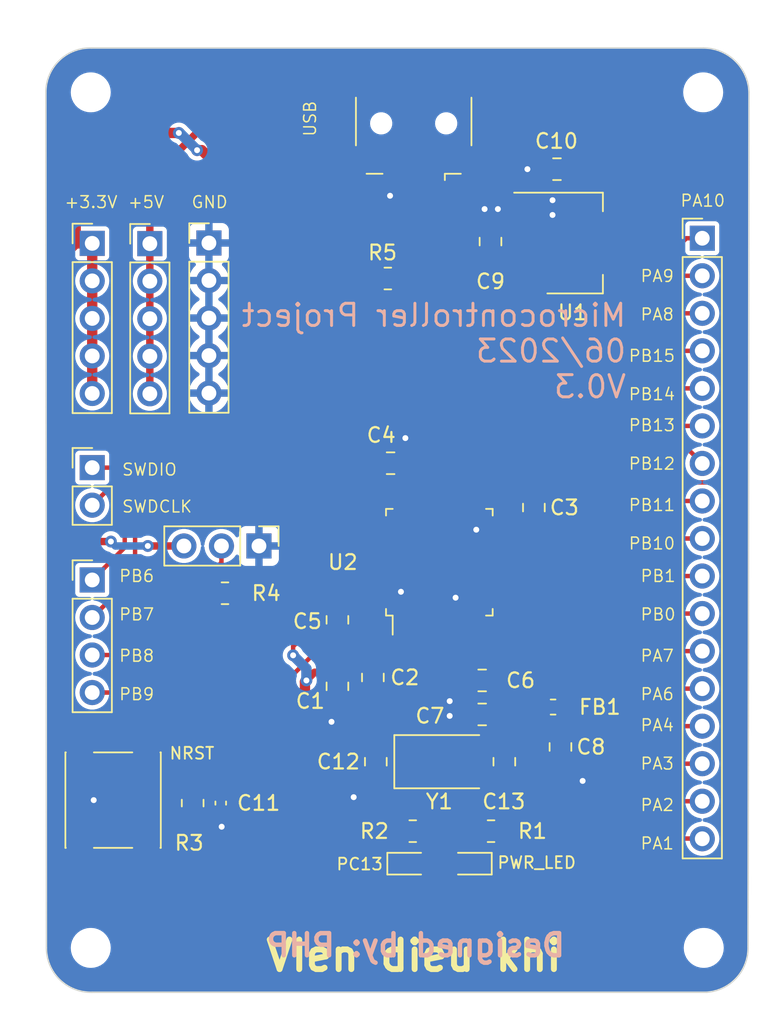
<source format=kicad_pcb>
(kicad_pcb (version 20221018) (generator pcbnew)
  (layers (0 "F.Cu" signal) (31 "B.Cu" power) (34 "B.Paste" user) (35 "F.Paste" user) (36 "B.SilkS" user "B.Silkscreen") (37 "F.SilkS" user "F.Silkscreen") (38 "B.Mask" user) (39 "F.Mask" user) (44 "Edge.Cuts" user))
  (net 0 "")
  (net 1 "VBUS")
  (net 2 "GND")
  (net 3 "+3.3V")
  (net 4 "+3.3VA")
  (net 5 "/NRST")
  (net 6 "/HSE_OUT")
  (net 7 "/PWR_LED_K")
  (net 8 "/USB_D-")
  (net 9 "/USB_D+")
  (net 10 "/SWDIO")
  (net 11 "/SWDCLK")
  (net 12 "/SW_BOOT0")
  (net 13 "Net-(D2-K)")
  (net 14 "/PA1")
  (net 17 "/PA2")
  (net 18 "/PA3")
  (net 19 "/PA4")
  (net 20 "/PA6")
  (net 22 "/PA7")
  (net 23 "/PA8")
  (net 24 "/PA9")
  (net 25 "/PA10")
  (net 26 "/PB0")
  (net 27 "/PB1")
  (net 28 "/PB6")
  (net 31 "/PB7")
  (net 32 "/PB8")
  (net 33 "/PB9")
  (net 34 "/HSE_IN")
  (net 35 "/PB10")
  (net 36 "/PB11")
  (net 37 "/PB12")
  (net 38 "/PB13")
  (net 39 "/PB14")
  (net 40 "/PB15")
  (net 41 "/LED")
  (net 46 "Net-(J4-Pin_2)")
  (footprint "Capacitor_SMD:C_0805_2012Metric" (layer "F.Cu") (at 162.937258 67.9 -90)
    (fp_text reference "C3")
    (fp_text value "100n")
  )
  (footprint "Connector_USB:USB_Mini-B_Lumberg_2486_01_Horizontal" (layer "F.Cu") (at 154.8 41.9 180)
    (fp_text reference "J9")
    (fp_text value "USB_B_Mini")
  )
  (footprint "Connector_PinHeader_2.54mm:PinHeader_1x03_P2.54mm_Vertical" (layer "F.Cu") (at 144.325 70.5 -90)
    (fp_text reference "J4")
    (fp_text value "Conn_01x03")
  )
  (footprint "Capacitor_SMD:C_0805_2012Metric" (layer "F.Cu") (at 152.037258 79.4 -90)
    (fp_text reference "C2")
    (fp_text value "100n")
  )
  (footprint "Capacitor_SMD:C_0805_2012Metric" (layer "F.Cu") (at 159.437258 79.6 180)
    (fp_text reference "C6")
    (fp_text value "10n")
  )
  (footprint "Inductor_SMD:L_0603_1608Metric" (layer "F.Cu") (at 164.237259 81.4)
    (fp_text reference "FB1")
    (fp_text value "120R")
  )
  (footprint "Button_Switch_SMD:SW_Push_1P1T_NO_6x6mm_H9.5mm" (layer "F.Cu") (at 134.45 87.7 90)
    (fp_text reference "SW1")
    (fp_text value "SW_Push")
  )
  (footprint "Capacitor_SMD:C_0805_2012Metric" (layer "F.Cu") (at 164.737258 84.1 -90)
    (fp_text reference "C8")
    (fp_text value "1u")
  )
  (footprint "LED_SMD:LED_0603_1608Metric" (layer "F.Cu") (at 154.5 92)
    (fp_text reference "D2")
    (fp_text value "LED")
  )
  (footprint "LED_SMD:LED_0603_1608Metric" (layer "F.Cu") (at 158.6 92 180)
    (fp_text reference "D1")
    (fp_text value "LED")
  )
  (footprint "Capacitor_SMD:C_0805_2012Metric" (layer "F.Cu") (at 160.937258 85.1 -90)
    (fp_text reference "C13")
    (fp_text value "30p")
  )
  (footprint "MountingHole:MountingHole_2.2mm_M2" (layer "F.Cu") (at 174.4 39.8 90)
    (fp_text reference "H2")
    (fp_text value "MountingHole")
  )
  (footprint "Connector_PinHeader_2.54mm:PinHeader_1x17_P2.54mm_Vertical" (layer "F.Cu") (at 174.337259 49.675)
    (fp_text reference "J2")
    (fp_text value "Conn_01x17")
  )
  (footprint "Capacitor_SMD:C_0805_2012Metric" (layer "F.Cu") (at 149.637259 75.5 90)
    (fp_text reference "C5")
    (fp_text value "100n")
  )
  (footprint "MountingHole:MountingHole_2.2mm_M2" (layer "F.Cu") (at 132.937258 97.7 90)
    (fp_text reference "H4")
    (fp_text value "MountingHole")
  )
  (footprint "Resistor_SMD:R_0805_2012Metric" (layer "F.Cu") (at 153.05 52.4)
    (fp_text reference "R5")
    (fp_text value "1k5")
  )
  (footprint "Resistor_SMD:R_0805_2012Metric" (layer "F.Cu") (at 139.837258 87.9 -90)
    (fp_text reference "R3")
    (fp_text value "10k")
  )
  (footprint "Capacitor_SMD:C_0805_2012Metric" (layer "F.Cu") (at 164.5 45 180)
    (fp_text reference "C10")
    (fp_text value "22u")
  )
  (footprint "Connector_PinHeader_2.54mm:PinHeader_1x05_P2.54mm_Vertical" (layer "F.Cu") (at 140.937258 49.995)
    (fp_text reference "J5")
    (fp_text value "Conn_01x05_Pin")
  )
  (footprint "Resistor_SMD:R_0805_2012Metric" (layer "F.Cu") (at 154.737258 89.8 180)
    (fp_text reference "R2")
    (fp_text value "1k5")
  )
  (footprint "Capacitor_SMD:C_0805_2012Metric" (layer "F.Cu") (at 153.237258 64.9)
    (fp_text reference "C4")
    (fp_text value "100n")
  )
  (footprint "Capacitor_SMD:C_0805_2012Metric" (layer "F.Cu") (at 149.637258 80 -90)
    (fp_text reference "C1")
    (fp_text value "10u")
  )
  (footprint "Resistor_SMD:R_0805_2012Metric" (layer "F.Cu") (at 142.025 73.7 180)
    (fp_text reference "R4")
    (fp_text value "10k")
  )
  (footprint "Package_QFP:LQFP-48_7x7mm_P0.5mm" (layer "F.Cu") (at 156.537258 71.6 90)
    (fp_text reference "U2")
    (fp_text value "STM32F103C8T6")
  )
  (footprint "Connector_PinHeader_2.54mm:PinHeader_1x04_P2.54mm_Vertical" (layer "F.Cu") (at 133.037258 72.8)
    (fp_text reference "J3")
    (fp_text value "Conn_01x04")
  )
  (footprint "Resistor_SMD:R_0805_2012Metric" (layer "F.Cu") (at 160.037258 89.8 180)
    (fp_text reference "R1")
    (fp_text value "1k5")
  )
  (footprint "Connector_PinHeader_2.54mm:PinHeader_1x05_P2.54mm_Vertical" (layer "F.Cu") (at 136.937258 50.040002)
    (fp_text reference "J6")
    (fp_text value "Conn_01x05_Pin")
  )
  (footprint "MountingHole:MountingHole_2.2mm_M2" (layer "F.Cu") (at 132.937258 39.8 90)
    (fp_text reference "H1")
    (fp_text value "MountingHole")
  )
  (footprint "Connector_PinHeader_2.54mm:PinHeader_1x05_P2.54mm_Vertical" (layer "F.Cu") (at 133.037258 50.02)
    (fp_text reference "J7")
    (fp_text value "Conn_01x05_Pin")
  )
  (footprint "Capacitor_SMD:C_0805_2012Metric" (layer "F.Cu") (at 159.437258 81.899999 180)
    (fp_text reference "C7")
    (fp_text value "1u")
  )
  (footprint "Capacitor_SMD:C_0402_1005Metric" (layer "F.Cu") (at 141.737258 87.9 -90)
    (fp_text reference "C11")
    (fp_text value "1u")
  )
  (footprint "Capacitor_SMD:C_0805_2012Metric" (layer "F.Cu") (at 160 49.9 90)
    (fp_text reference "C9")
    (fp_text value "22u")
  )
  (footprint "Connector_PinHeader_2.54mm:PinHeader_1x02_P2.54mm_Vertical" (layer "F.Cu") (at 133.037258 65.2)
    (fp_text reference "J1")
    (fp_text value "Conn_01x02")
  )
  (footprint "MountingHole:MountingHole_2.2mm_M2" (layer "F.Cu") (at 174.437258 97.7 90)
    (fp_text reference "H3")
    (fp_text value "MountingHole")
  )
  (footprint "Package_TO_SOT_SMD:SOT-223-3_TabPin2" (layer "F.Cu") (at 165.7 50)
    (fp_text reference "U1")
    (fp_text value "AMS1117-3.3")
  )
  (footprint "Capacitor_SMD:C_0805_2012Metric" (layer "F.Cu") (at 152.237258 85.1 -90)
    (fp_text reference "C12")
    (fp_text value "30p")
  )
  (footprint "Crystal:Crystal_SMD_5032-2Pin_5.0x3.2mm" (layer "F.Cu") (at 156.537258 85.100001)
    (fp_text reference "Y1")
    (fp_text value "16MHz")
  )
  (gr_line (start 177.5 39.8) (end 177.437258 97.6) (stroke (width 0.1)) (layer "Edge.Cuts"))
  (gr_line (start 174.4 36.8) (end 133 36.8) (stroke (width 0.1)) (layer "Edge.Cuts"))
  (gr_line (start 129.9 39.8) (end 129.937258 97.700001) (stroke (width 0.1)) (layer "Edge.Cuts"))
  (gr_arc (start 174.4 36.8) (mid 176.556965 37.672802) (end 177.5 39.8) (stroke (width 0.1)) (layer "Edge.Cuts"))
  (gr_arc (start 133.037258 100.7) (mid 130.851485 99.856966) (end 129.937258 97.700001) (stroke (width 0.1)) (layer "Edge.Cuts"))
  (gr_arc (start 129.9 39.8) (mid 130.814314 37.643634) (end 132.999944 36.801665) (stroke (width 0.1)) (layer "Edge.Cuts"))
  (gr_line (start 174.637258 100.7) (end 133.037258 100.7) (stroke (width 0.1)) (layer "Edge.Cuts"))
  (gr_arc (start 177.435593 97.600056) (mid 176.66237 99.715072) (end 174.637258 100.7) (stroke (width 0.1)) (layer "Edge.Cuts"))
  (gr_text "Microcontroller Project \n06/2023\nV0.3" (at 169.3 60.6) (layer "B.SilkS") (effects (font (size 1.5 1.5) (thickness 0.2) bold) (justify left bottom mirror)))
  (gr_text "Designed by: PHP" (at 165.2 98.4) (layer "B.SilkS") (effects (font (size 1.5 1.5) (thickness 0.3) bold) (justify left bottom mirror)))
  (gr_text "PA8" (at 170.1 55.3) (layer "F.SilkS") (effects (font (size 0.8 0.8) (thickness 0.1)) (justify left bottom)))
  (gr_text "PB7" (at 134.8 75.6) (layer "F.SilkS") (effects (font (size 0.8 0.8) (thickness 0.1)) (justify left bottom)))
  (gr_text "PA3" (at 170.1 85.7) (layer "F.SilkS") (effects (font (size 0.8 0.8) (thickness 0.1)) (justify left bottom)))
  (gr_text "PB0" (at 170.1 75.6) (layer "F.SilkS") (effects (font (size 0.8 0.8) (thickness 0.1)) (justify left bottom)))
  (gr_text "PB13" (at 169.3 62.8) (layer "F.SilkS") (effects (font (size 0.8 0.8) (thickness 0.1)) (justify left bottom)))
  (gr_text "VIen dieu khi" (at 144.6 99.4) (layer "F.SilkS") (effects (font (size 2 2) (thickness 0.4) bold) (justify left bottom)))
  (gr_text "GND" (at 139.7 47.7) (layer "F.SilkS") (effects (font (size 0.8 0.8) (thickness 0.1)) (justify left bottom)))
  (gr_text "PB15" (at 169.3 58.1) (layer "F.SilkS") (effects (font (size 0.8 0.8) (thickness 0.1)) (justify left bottom)))
  (gr_text "PA2\n" (at 170.1 88.5) (layer "F.SilkS") (effects (font (size 0.8 0.8) (thickness 0.1)) (justify left bottom)))
  (gr_text "USB" (at 148.25 42.85 90) (layer "F.SilkS") (effects (font (size 0.8 0.8) (thickness 0.1)) (justify left bottom)))
  (gr_text "PA4" (at 170.1 83.1) (layer "F.SilkS") (effects (font (size 0.8 0.8) (thickness 0.1)) (justify left bottom)))
  (gr_text "SWDIO" (at 135 65.8) (layer "F.SilkS") (effects (font (size 0.8 0.8) (thickness 0.1)) (justify left bottom)))
  (gr_text "+5V" (at 135.4 47.7) (layer "F.SilkS") (effects (font (size 0.8 0.8) (thickness 0.1)) (justify left bottom)))
  (gr_text "PB8\n" (at 134.8 78.4) (layer "F.SilkS") (effects (font (size 0.8 0.8) (thickness 0.1)) (justify left bottom)))
  (gr_text "PA9\n" (at 170.1 52.7) (layer "F.SilkS") (effects (font (size 0.8 0.8) (thickness 0.1)) (justify left bottom)))
  (gr_text "PB9" (at 134.8 81) (layer "F.SilkS") (effects (font (size 0.8 0.8) (thickness 0.1)) (justify left bottom)))
  (gr_text "PB12" (at 169.3 65.4) (layer "F.SilkS") (effects (font (size 0.8 0.8) (thickness 0.1)) (justify left bottom)))
  (gr_text "NRST" (at 138.2 85) (layer "F.SilkS") (effects (font (size 0.8 0.8) (thickness 0.125)) (justify left bottom)))
  (gr_text "PWR_LED" (at 160.4 92.4) (layer "F.SilkS") (effects (font (size 0.8 0.8) (thickness 0.125)) (justify left bottom)))
  (gr_text "PA7" (at 170.1 78.4) (layer "F.SilkS") (effects (font (size 0.8 0.8) (thickness 0.1)) (justify left bottom)))
  (gr_text "SWDCLK" (at 135 68.3) (layer "F.SilkS") (effects (font (size 0.8 0.8) (thickness 0.1)) (justify left bottom)))
  (gr_text "PC13" (at 149.5 92.5) (layer "F.SilkS") (effects (font (size 0.8 0.8) (thickness 0.125)) (justify left bottom)))
  (gr_text "PB10" (at 169.3 70.8) (layer "F.SilkS") (effects (font (size 0.8 0.8) (thickness 0.1)) (justify left bottom)))
  (gr_text "PB6" (at 134.8 73) (layer "F.SilkS") (effects (font (size 0.8 0.8) (thickness 0.1)) (justify left bottom)))
  (gr_text "PB14" (at 169.3 60.7) (layer "F.SilkS") (effects (font (size 0.8 0.8) (thickness 0.1)) (justify left bottom)))
  (gr_text "PA10" (at 172.8 47.6) (layer "F.SilkS") (effects (font (size 0.8 0.8) (thickness 0.1)) (justify left bottom)))
  (gr_text "PB1" (at 170.1 73) (layer "F.SilkS") (effects (font (size 0.8 0.8) (thickness 0.1)) (justify left bottom)))
  (gr_text "PB11" (at 169.3 68.2) (layer "F.SilkS") (effects (font (size 0.8 0.8) (thickness 0.1)) (justify left bottom)))
  (gr_text "PA6" (at 170.1 81) (layer "F.SilkS") (effects (font (size 0.8 0.8) (thickness 0.1)) (justify left bottom)))
  (gr_text "+3.3V" (at 131.1 47.7) (layer "F.SilkS") (effects (font (size 0.8 0.8) (thickness 0.1)) (justify left bottom)))
  (gr_text "PA1" (at 170.1 91.1) (layer "F.SilkS") (effects (font (size 0.8 0.8) (thickness 0.1)) (justify left bottom)))
  (segment (start 136.937258 55.120001) (end 136.937258 52.580001) (width 0.5) (layer "F.Cu") (net 1))
  (segment (start 136.937258 45.712742) (end 136.937258 50.040002) (width 0.5) (layer "F.Cu") (net 1))
  (segment (start 156.4 43.15) (end 153.9 40.65) (width 0.5) (layer "F.Cu") (net 1))
  (segment (start 153.9 40.65) (end 142 40.65) (width 0.5) (layer "F.Cu") (net 1))
  (segment (start 136.937258 57.660001) (end 136.937258 55.120001) (width 0.5) (layer "F.Cu") (net 1))
  (segment (start 136.937258 52.580001) (end 136.937258 50.040002) (width 0.5) (layer "F.Cu") (net 1))
  (segment (start 136.937258 60.2) (end 136.937258 57.660001) (width 0.5) (layer "F.Cu") (net 1))
  (segment (start 142 40.65) (end 136.937258 45.712742) (width 0.5) (layer "F.Cu") (net 1))
  (segment (start 156.4 44.6) (end 156.4 43.15) (width 0.5) (layer "F.Cu") (net 1))
  (segment (start 141.8 89.5) (end 141.8 88.442742) (width 0.3) (layer "F.Cu") (net 2))
  (segment (start 154.187258 63.249999) (end 154.237258 63.2) (width 0.3) (layer "F.Cu") (net 2))
  (segment (start 152.374758 73.85) (end 150.337258 73.85) (width 0.3) (layer "F.Cu") (net 2))
  (segment (start 149.637259 80.95) (end 149.637259 82) (width 0.5) (layer "F.Cu") (net 2))
  (segment (start 153.937259 73.6) (end 153.687258 73.85) (width 0.3) (layer "F.Cu") (net 2))
  (segment (start 159.124758 88.8125) (end 159.937258 88) (width 0.5) (layer "F.Cu") (net 2))
  (segment (start 152.187258 86.05) (end 150.737258 87.499999) (width 0.5) (layer "F.Cu") (net 2))
  (segment (start 153.687258 73.85) (end 152.374758 73.85) (width 0.3) (layer "F.Cu") (net 2))
  (segment (start 154.287259 67.4375) (end 154.287258 66.35) (width 0.3) (layer "F.Cu") (net 2))
  (segment (start 157.637258 74) (end 157.287258 74.35) (width 0.3) (layer "F.Cu") (net 2))
  (segment (start 157.287258 77.9) (end 158.487258 79.1) (width 0.3) (layer "F.Cu") (net 2))
  (segment (start 154.537258 65.25) (end 154.187258 64.900001) (width 0.3) (layer "F.Cu") (net 2))
  (segment (start 159.124758 89.8) (end 159.124758 88.8125) (width 0.5) (layer "F.Cu") (net 2))
  (segment (start 132.287258 87.7) (end 133.137258 87.7) (width 0.3) (layer "F.Cu") (net 2))
  (segment (start 161.037258 88) (end 161.037258 86.15) (width 0.5) (layer "F.Cu") (net 2))
  (segment (start 149.637259 82) (end 149.237258 82.4) (width 0.5) (layer "F.Cu") (net 2))
  (segment (start 151.437259 80.95) (end 152.037258 80.35) (width 0.5) (layer "F.Cu") (net 2))
  (segment (start 160.699758 69.35) (end 159.087258 69.35) (width 0.3) (layer "F.Cu") (net 2))
  (segment (start 152.237259 86.05) (end 152.187258 86.05) (width 0.5) (layer "F.Cu") (net 2))
  (segment (start 150.337258 73.85) (end 149.637258 74.55) (width 0.3) (layer "F.Cu") (net 2))
  (segment (start 161.037258 86.15) (end 160.937259 86.05) (width 0.5) (layer "F.Cu") (net 2))
  (segment (start 159.937258 88) (end 161.037258 88) (width 0.5) (layer "F.Cu") (net 2))
  (segment (start 153.2 44.6) (end 153.2 46.8) (width 0.5) (layer "F.Cu") (net 2))
  (segment (start 160.699758 69.35) (end 162.437258 69.35) (width 0.3) (layer "F.Cu") (net 2))
  (segment (start 141.8 88.442742) (end 141.737258 88.38) (width 0.3) (layer "F.Cu") (net 2))
  (segment (start 149.637259 80.95) (end 151.437259 80.95) (width 0.5) (layer "F.Cu") (net 2))
  (segment (start 157.287258 75.7625) (end 157.287258 77.9) (width 0.3) (layer "F.Cu") (net 2))
  (segment (start 132.287258 91.675) (end 132.287258 87.7) (width 0.3) (layer "F.Cu") (net 2))
  (segment (start 154.287258 66.35) (end 154.537259 66.1) (width 0.3) (layer "F.Cu") (net 2))
  (segment (start 132.287258 87.7) (end 132.287258 83.725) (width 0.3) (layer "F.Cu") (net 2))
  (segment (start 157.287258 74.35) (end 157.287258 75.7625) (width 0.3) (layer "F.Cu") (net 2))
  (segment (start 159.087258 69.35) (end 159.037258 69.4) (width 0.3) (layer "F.Cu") (net 2))
  (segment (start 164.887258 85.05) (end 166.237258 86.4) (width 0.5) (layer "F.Cu") (net 2))
  (segment (start 160.937259 86.05) (end 163.737259 86.05) (width 0.5) (layer "F.Cu") (net 2))
  (segment (start 154.537259 66.1) (end 154.537258 65.25) (width 0.3) (layer "F.Cu") (net 2))
  (segment (start 162.437258 69.35) (end 162.937259 68.85) (width 0.3) (layer "F.Cu") (net 2))
  (segment (start 164.737258 85.05) (end 164.887258 85.05) (width 0.5) (layer "F.Cu") (net 2))
  (segment (start 154.187258 64.900001) (end 154.187258 63.249999) (width 0.3) (layer "F.Cu") (net 2))
  (segment (start 163.737259 86.05) (end 164.737258 85.05) (width 0.5) (layer "F.Cu") (net 2))
  (via (at 157.237258 81) (size 0.8) (drill 0.4) (layers "F.Cu" "B.Cu") (net 2))
  (via (at 164.2 47.1) (size 0.8) (drill 0.4) (layers "F.Cu" "B.Cu") (net 2))
  (via (at 141.8 89.5) (size 0.8) (drill 0.4) (layers "F.Cu" "B.Cu") (net 2))
  (via (at 157.237258 82) (size 0.8) (drill 0.4) (layers "F.Cu" "B.Cu") (net 2))
  (via (at 159.6 47.7) (size 0.8) (drill 0.4) (layers "F.Cu" "B.Cu") (net 2))
  (via (at 157.637258 74) (size 0.8) (drill 0.4) (layers "F.Cu" "B.Cu") (net 2))
  (via (at 160.5 47.7) (size 0.8) (drill 0.4) (layers "F.Cu" "B.Cu") (net 2))
  (via (at 153.2 46.8) (size 0.8) (drill 0.4) (layers "F.Cu" "B.Cu") (net 2))
  (via (at 153.937259 73.6) (size 0.8) (drill 0.4) (layers "F.Cu" "B.Cu") (net 2))
  (via (at 159.037258 69.4) (size 0.8) (drill 0.4) (layers "F.Cu" "B.Cu") (net 2))
  (via (at 166.237258 86.4) (size 0.8) (drill 0.4) (layers "F.Cu" "B.Cu") (net 2))
  (via (at 149.237258 82.4) (size 0.8) (drill 0.4) (layers "F.Cu" "B.Cu") (net 2))
  (via (at 162.5 45) (size 0.8) (drill 0.4) (layers "F.Cu" "B.Cu") (net 2))
  (via (at 150.737258 87.499999) (size 0.8) (drill 0.4) (layers "F.Cu" "B.Cu") (net 2))
  (via (at 154.237258 63.2) (size 0.8) (drill 0.4) (layers "F.Cu" "B.Cu") (net 2))
  (via (at 164.2 48.1) (size 0.8) (drill 0.4) (layers "F.Cu" "B.Cu") (net 2))
  (via (at 133.137258 87.7) (size 0.8) (drill 0.4) (layers "F.Cu" "B.Cu") (net 2))
  (segment (start 153.787259 76.35) (end 152.037258 78.100001) (width 0.3) (layer "F.Cu") (net 3))
  (segment (start 176.837258 46.4) (end 176.837258 66.5) (width 0.7) (layer "F.Cu") (net 3))
  (segment (start 176.037258 45.6) (end 176.837258 46.4) (width 0.7) (layer "F.Cu") (net 3))
  (segment (start 130.537258 70.3) (end 130.537259 51.4) (width 0.7) (layer "F.Cu") (net 3))
  (segment (start 138.987258 96.4) (end 136.787258 94.2) (width 0.7) (layer "F.Cu") (net 3))
  (segment (start 165.024759 82.8625) (end 164.737258 83.15) (width 0.5) (layer "F.Cu") (net 3))
  (segment (start 152.374758 74.35) (end 151.387258 74.35) (width 0.3) (layer "F.Cu") (net 3))
  (segment (start 149.637259 79.05) (end 148.087258 79.05) (width 0.5) (layer "F.Cu") (net 3))
  (segment (start 164.737258 83.15) (end 164.787259 83.2) (width 0.5) (layer "F.Cu") (net 3))
  (segment (start 153.787258 66.45) (end 152.287258 64.95) (width 0.3) (layer "F.Cu") (net 3))
  (segment (start 147.437258 96.4) (end 139.737258 96.4) (width 0.7) (layer "F.Cu") (net 3))
  (segment (start 140.135699 43.715677) (end 140.452935 43.715677) (width 0.7) (layer "F.Cu") (net 3))
  (segment (start 167.437259 84.1) (end 167.437258 96.3) (width 0.5) (layer "F.Cu") (net 3))
  (segment (start 133.037258 50.02) (end 133.037259 52.56) (width 0.7) (layer "F.Cu") (net 3))
  (segment (start 162.937259 66.95) (end 163.687258 66.2) (width 0.3) (layer "F.Cu") (net 3))
  (segment (start 176.537258 66.2) (end 176.837258 66.5) (width 0.3) (layer "F.Cu") (net 3))
  (segment (start 146.637258 77.3) (end 146.637259 77.9) (width 0.3) (layer "F.Cu") (net 3))
  (segment (start 164.787259 83.2) (end 166.537258 83.2) (width 0.5) (layer "F.Cu") (net 3))
  (segment (start 131.917258 50.02) (end 133.037258 50.02) (width 0.7) (layer "F.Cu") (net 3))
  (segment (start 161.987258 66.95) (end 162.937259 66.95) (width 0.3) (layer "F.Cu") (net 3))
  (segment (start 153.787258 75.7625) (end 153.787259 76.35) (width 0.3) (layer "F.Cu") (net 3))
  (segment (start 148.087258 79.05) (end 147.537258 79.6) (width 0.5) (layer "F.Cu") (net 3))
  (segment (start 156.537258 91.999999) (end 156.537258 96.4) (width 0.5) (layer "F.Cu") (net 3))
  (segment (start 163.687258 66.2) (end 176.537258 66.2) (width 0.3) (layer "F.Cu") (net 3))
  (segment (start 167.437258 96.3) (end 167.337258 96.4) (width 0.5) (layer "F.Cu") (net 3))
  (segment (start 139.737258 96.4) (end 139.737258 88.9125) (width 0.7) (layer "F.Cu") (net 3))
  (segment (start 150.787258 78.45) (end 152.037258 78.45) (width 0.5) (layer "F.Cu") (net 3))
  (segment (start 137.787946 42.549312) (end 131.917258 48.42) (width 0.7) (layer "F.Cu") (net 3))
  (segment (start 156.537258 91.999999) (end 157.449758 92) (width 0.5) (layer "F.Cu") (net 3))
  (segment (start 153.787259 76.4) (end 153.787258 75.7625) (width 0.3) (layer "F.Cu") (net 3))
  (segment (start 171.537258 94.1) (end 169.237258 96.4) (width 0.7) (layer "F.Cu") (net 3))
  (segment (start 152.287258 64.900001) (end 149.087258 61.7) (width 0.3) (layer "F.Cu") (net 3))
  (segment (start 155.624758 91.999999) (end 156.537258 91.999999) (width 0.5) (layer "F.Cu") (net 3))
  (segment (start 175.137258 94.100001) (end 171.537258 94.1) (width 0.7) (layer "F.Cu") (net 3))
  (segment (start 176.837258 92.400001) (end 175.137258 94.100001) (width 0.7) (layer "F.Cu") (net 3))
  (segment (start 133.037259 52.56) (end 133.037258 55.1) (width 0.7) (layer "F.Cu") (net 3))
  (segment (start 149.787258 76.3) (end 149.637258 76.45) (width 0.3) (layer "F.Cu") (net 3))
  (segment (start 151.387258 74.35) (end 150.937258 74.8) (width 0.3) (layer "F.Cu") (net 3))
  (segment (start 133.037258 55.1) (end 133.037258 57.64) (width 0.7) (layer "F.Cu") (net 3))
  (segment (start 133.037258 57.64) (end 133.037258 60.18) (width 0.7) (layer "F.Cu") (net 3))
  (segment (start 139.737258 96.4) (end 138.987258 96.4) (width 0.7) (layer "F.Cu") (net 3))
  (segment (start 169.237258 96.4) (end 167.337258 96.4) (width 0.7) (layer "F.Cu") (net 3))
  (segment (start 160.699758 68.85) (end 160.699758 68.2375) (width 0.3) (layer "F.Cu") (net 3))
  (segment (start 139.737258 88.9125) (end 139.837258 88.8125) (width 0.7) (layer "F.Cu") (net 3))
  (segment (start 168.65 50) (end 171.137259 50) (width 0.7) (layer "F.Cu") (net 3))
  (segment (start 160.699758 68.2375) (end 161.987258 66.95) (width 0.3) (layer "F.Cu") (net 3))
  (segment (start 138.899312 42.549312) (end 137.787946 42.549312) (width 0.7) (layer "F.Cu") (net 3))
  (segment (start 131.917258 48.42) (end 131.917258 50.02) (width 0.7) (layer "F.Cu") (net 3))
  (segment (start 131.737258 94.2) (end 130.537258 93) (width 0.7) (layer "F.Cu") (net 3))
  (segment (start 130.537258 93) (end 130.537258 70.3) (width 0.7) (layer "F.Cu") (net 3))
  (segment (start 152.287258 64.95) (end 152.287258 64.900001) (width 0.3) (layer "F.Cu") (net 3))
  (segment (start 149.137258 52.4) (end 149.087258 52.35) (width 0.5) (layer "F.Cu") (net 3))
  (segment (start 149.587258 76.5) (end 149.637258 76.45) (width 0.7) (layer "F.Cu") (net 3))
  (segment (start 156.537258 96.4) (end 147.437258 96.4) (width 0.7) (layer "F.Cu") (net 3))
  (segment (start 130.537259 51.4) (end 131.917258 50.02) (width 0.7) (layer "F.Cu") (net 3))
  (segment (start 136.787258 94.2) (end 131.737258 94.2) (width 0.7) (layer "F.Cu") (net 3))
  (segment (start 149.637259 79.05) (end 150.187258 79.05) (width 0.5) (layer "F.Cu") (net 3))
  (segment (start 130.637258 70.2) (end 130.537258 70.3) (width 0.5) (layer "F.Cu") (net 3))
  (segment (start 152.1375 52.4) (end 149.137258 52.4) (width 0.5) (layer "F.Cu") (net 3))
  (segment (start 152.037258 78.100001) (end 152.037258 78.45) (width 0.3) (layer "F.Cu") (net 3))
  (segment (start 140.452935 43.715677) (end 149.087258 52.35) (width 0.7) (layer "F.Cu") (net 3))
  (segment (start 150.937258 74.8) (end 150.937258 76.3) (width 0.3) (layer "F.Cu") (net 3))
  (segment (start 150.937258 76.3) (end 149.787258 76.3) (width 0.3) (layer "F.Cu") (net 3))
  (segment (start 149.087258 61.7) (end 149.087258 52.35) (width 0.3) (layer "F.Cu") (net 3))
  (segment (start 134.3 70.2) (end 130.637258 70.2) (width 0.5) (layer "F.Cu") (net 3))
  (segment (start 173.337259 45.6) (end 176.037258 45.6) (width 0.7) (layer "F.Cu") (net 3))
  (segment (start 171.837259 49.3) (end 171.837259 47.1) (width 0.7) (layer "F.Cu") (net 3))
  (segment (start 147.437258 79.7) (end 147.537258 79.6) (width 0.7) (layer "F.Cu") (net 3))
  (segment (start 150.187258 79.05) (end 150.787258 78.45) (width 0.5) (layer "F.Cu") (net 3))
  (segment (start 165.024758 81.4) (end 165.024759 82.8625) (width 0.5) (layer "F.Cu") (net 3))
  (segment (start 153.787258 67.4375) (end 153.787258 66.45) (width 0.3) (layer "F.Cu") (net 3))
  (segment (start 176.837258 66.5) (end 176.837258 92.400001) (width 0.7) (layer "F.Cu") (net 3))
  (segment (start 166.537258 83.2) (end 167.437259 84.1) (width 0.5) (layer "F.Cu") (net 3))
  (segment (start 147.437258 76.5) (end 146.637258 77.3) (width 0.3) (layer "F.Cu") (net 3))
  (segment (start 149.587258 76.5) (end 147.437258 76.5) (width 0.3) (layer "F.Cu") (net 3))
  (segment (start 171.837259 47.1) (end 173.337259 45.6) (width 0.7) (layer "F.Cu") (net 3))
  (segment (start 171.137259 50) (end 171.837259 49.3) (width 0.7) (layer "F.Cu") (net 3))
  (segment (start 147.437258 96.4) (end 147.437258 79.7) (width 0.7) (layer "F.Cu") (net 3))
  (segment (start 139.245 70.5) (end 136.8 70.5) (width 0.5) (layer "F.Cu") (net 3))
  (segment (start 167.337258 96.4) (end 156.537258 96.4) (width 0.7) (layer "F.Cu") (net 3))
  (via (at 136.8 70.5) (size 0.8) (drill 0.4) (layers "F.Cu" "B.Cu") (net 3))
  (via (at 140.135699 43.715677) (size 0.8) (drill 0.4) (layers "F.Cu" "B.Cu") (net 3))
  (via (at 147.537258 79.6) (size 0.8) (drill 0.4) (layers "F.Cu" "B.Cu") (net 3))
  (via (at 138.899312 42.549312) (size 0.8) (drill 0.4) (layers "F.Cu" "B.Cu") (net 3))
  (via (at 134.3 70.2) (size 0.8) (drill 0.4) (layers "F.Cu" "B.Cu") (net 3))
  (via (at 146.637259 77.9) (size 0.8) (drill 0.4) (layers "F.Cu" "B.Cu") (net 3))
  (segment (start 134.6 70.5) (end 134.3 70.2) (width 0.5) (layer "B.Cu") (net 3))
  (segment (start 147.537258 78.8) (end 146.637259 77.9) (width 0.7) (layer "B.Cu") (net 3))
  (segment (start 140.135699 43.715677) (end 138.969334 42.549312) (width 0.7) (layer "B.Cu") (net 3))
  (segment (start 138.969334 42.549312) (end 138.899312 42.549312) (width 0.7) (layer "B.Cu") (net 3))
  (segment (start 147.537258 79.6) (end 147.537258 78.8) (width 0.7) (layer "B.Cu") (net 3))
  (segment (start 136.8 70.5) (end 134.6 70.5) (width 0.5) (layer "B.Cu") (net 3))
  (segment (start 157.787258 75.7625) (end 157.787258 77.692894) (width 0.3) (layer "F.Cu") (net 4))
  (segment (start 157.787258 77.692894) (end 158.394365 78.3) (width 0.3) (layer "F.Cu") (net 4))
  (segment (start 158.394365 78.3) (end 159.587258 78.3) (width 0.3) (layer "F.Cu") (net 4))
  (segment (start 159.587258 78.3) (end 160.387258 79.1) (width 0.3) (layer "F.Cu") (net 4))
  (segment (start 151.337258 77.1) (end 150.737258 77.7) (width 0.3) (layer "F.Cu") (net 5))
  (segment (start 143.237258 86) (end 141.817258 87.42) (width 0.3) (layer "F.Cu") (net 5))
  (segment (start 156.787259 75.7625) (end 156.787259 74.55) (width 0.3) (layer "F.Cu") (net 5))
  (segment (start 150.737258 77.7) (end 148.137258 77.699999) (width 0.3) (layer "F.Cu") (net 5))
  (segment (start 156.787259 74.55) (end 156.587259 74.35) (width 0.3) (layer "F.Cu") (net 5))
  (segment (start 148.137258 77.699999) (end 143.237258 82.6) (width 0.3) (layer "F.Cu") (net 5))
  (segment (start 153.7133 74.35) (end 151.337258 76.726041) (width 0.3) (layer "F.Cu") (net 5))
  (segment (start 156.587259 74.35) (end 153.7133 74.35) (width 0.3) (layer "F.Cu") (net 5))
  (segment (start 151.337258 76.726041) (end 151.337258 77.1) (width 0.3) (layer "F.Cu") (net 5))
  (segment (start 141.817258 87.42) (end 141.737258 87.42) (width 0.3) (layer "F.Cu") (net 5))
  (segment (start 143.237258 82.6) (end 143.237258 86) (width 0.3) (layer "F.Cu") (net 5))
  (segment (start 159.987259 85.1) (end 160.937259 84.15) (width 0.3) (layer "F.Cu") (net 6))
  (segment (start 157.737258 85.100001) (end 158.387258 85.1) (width 0.3) (layer "F.Cu") (net 6))
  (segment (start 156.287258 75.7625) (end 156.287259 77.55) (width 0.3) (layer "F.Cu") (net 6))
  (segment (start 158.387258 85.1) (end 159.987259 85.1) (width 0.3) (layer "F.Cu") (net 6))
  (segment (start 155.537258 82.4) (end 156.837258 83.7) (width 0.3) (layer "F.Cu") (net 6))
  (segment (start 156.837258 83.7) (end 156.837258 84.2) (width 0.3) (layer "F.Cu") (net 6))
  (segment (start 156.287259 77.55) (end 155.537259 78.3) (width 0.3) (layer "F.Cu") (net 6))
  (segment (start 155.537259 78.3) (end 155.537258 82.4) (width 0.3) (layer "F.Cu") (net 6))
  (segment (start 156.837258 84.2) (end 157.737258 85.100001) (width 0.3) (layer "F.Cu") (net 6))
  (segment (start 160.949758 89.8) (end 160.949758 91.150242) (width 0.3) (layer "F.Cu") (net 7))
  (segment (start 160.949758 91.150242) (end 160.1 92) (width 0.3) (layer "F.Cu") (net 7))
  (segment (start 160.1 92) (end 159.3875 92) (width 0.3) (layer "F.Cu") (net 7))
  (segment (start 156.3 63.75) (end 156.3 50) (width 0.3) (layer "F.Cu") (net 8))
  (segment (start 156.3 50) (end 155.6 49.3) (width 0.3) (layer "F.Cu") (net 8))
  (segment (start 155.787258 67.4375) (end 155.787258 64.262742) (width 0.3) (layer "F.Cu") (net 8))
  (segment (start 155.787258 64.262742) (end 156.3 63.75) (width 0.3) (layer "F.Cu") (net 8))
  (segment (start 155.6 49.3) (end 155.6 44.6) (width 0.3) (layer "F.Cu") (net 8))
  (segment (start 155.287258 62.837258) (end 153.9625 61.5125) (width 0.3) (layer "F.Cu") (net 9))
  (segment (start 153.9625 61.5125) (end 153.9625 52.4) (width 0.3) (layer "F.Cu") (net 9))
  (segment (start 155.287258 67.4375) (end 155.287258 62.837258) (width 0.3) (layer "F.Cu") (net 9))
  (segment (start 154.8 46.55) (end 154.8 44.6) (width 0.3) (layer "F.Cu") (net 9))
  (segment (start 153.9625 52.4) (end 153.9625 47.3875) (width 0.3) (layer "F.Cu") (net 9))
  (segment (start 153.9625 47.3875) (end 154.8 46.55) (width 0.3) (layer "F.Cu") (net 9))
  (segment (start 154.787258 67.4375) (end 154.787258 68.549999) (width 0.3) (layer "F.Cu") (net 10))
  (segment (start 154.537258 68.8) (end 153.737258 68.8) (width 0.3) (layer "F.Cu") (net 10))
  (segment (start 150.137258 65.2) (end 133.037258 65.2) (width 0.3) (layer "F.Cu") (net 10))
  (segment (start 153.737258 68.8) (end 150.137258 65.2) (width 0.3) (layer "F.Cu") (net 10))
  (segment (start 154.787258 68.549999) (end 154.537258 68.8) (width 0.3) (layer "F.Cu") (net 10))
  (segment (start 149.937258 66) (end 134.777258 66) (width 0.3) (layer "F.Cu") (net 11))
  (segment (start 134.777258 66) (end 133.037258 67.739999) (width 0.3) (layer "F.Cu") (net 11))
  (segment (start 152.374758 68.4375) (end 149.937258 66) (width 0.3) (layer "F.Cu") (net 11))
  (segment (start 152.374758 68.849999) (end 152.374758 68.4375) (width 0.3) (layer "F.Cu") (net 11))
  (segment (start 152.374758 72.35) (end 146.75 72.35) (width 0.3) (layer "F.Cu") (net 12))
  (segment (start 145.4 73.7) (end 142.9375 73.7) (width 0.3) (layer "F.Cu") (net 12))
  (segment (start 146.75 72.35) (end 145.4 73.7) (width 0.3) (layer "F.Cu") (net 12))
  (segment (start 155.649758 89.850242) (end 153.7125 91.7875) (width 0.25) (layer "F.Cu") (net 13))
  (segment (start 155.649758 89.8) (end 155.649758 89.850242) (width 0.25) (layer "F.Cu") (net 13))
  (segment (start 153.7125 91.7875) (end 153.7125 92) (width 0.25) (layer "F.Cu") (net 13))
  (segment (start 158.287259 75.7625) (end 158.287259 77.45) (width 0.3) (layer "F.Cu") (net 14))
  (segment (start 158.287259 77.45) (end 158.637258 77.8) (width 0.3) (layer "F.Cu") (net 14))
  (segment (start 174.322258 90.3) (end 174.337258 90.315) (width 0.3) (layer "F.Cu") (net 14))
  (segment (start 169.137259 88.9) (end 170.537259 90.3) (width 0.3) (layer "F.Cu") (net 14))
  (segment (start 163.037258 77.8) (end 169.137259 83.9) (width 0.3) (layer "F.Cu") (net 14))
  (segment (start 169.137259 83.9) (end 169.137259 88.9) (width 0.3) (layer "F.Cu") (net 14))
  (segment (start 170.537259 90.3) (end 174.322258 90.3) (width 0.3) (layer "F.Cu") (net 14))
  (segment (start 158.637258 77.8) (end 163.037258 77.8) (width 0.3) (layer "F.Cu") (net 14))
  (segment (start 158.787258 75.7625) (end 158.787258 77.242894) (width 0.3) (layer "F.Cu") (net 17))
  (segment (start 158.844364 77.3) (end 163.437258 77.3) (width 0.3) (layer "F.Cu") (net 17))
  (segment (start 170.037258 86.6) (end 171.212258 87.775) (width 0.3) (layer "F.Cu") (net 17))
  (segment (start 170.037258 83.9) (end 170.037258 86.6) (width 0.3) (layer "F.Cu") (net 17))
  (segment (start 158.787258 77.242894) (end 158.844364 77.3) (width 0.3) (layer "F.Cu") (net 17))
  (segment (start 171.212258 87.775) (end 174.337258 87.775) (width 0.3) (layer "F.Cu") (net 17))
  (segment (start 163.437258 77.3) (end 170.037258 83.9) (width 0.3) (layer "F.Cu") (net 17))
  (segment (start 170.737259 84.5) (end 171.472259 85.235) (width 0.3) (layer "F.Cu") (net 18))
  (segment (start 159.287259 75.7625) (end 160.024759 76.5) (width 0.3) (layer "F.Cu") (net 18))
  (segment (start 160.024759 76.5) (end 163.737258 76.5) (width 0.3) (layer "F.Cu") (net 18))
  (segment (start 170.737258 83.5) (end 170.737259 84.5) (width 0.3) (layer "F.Cu") (net 18))
  (segment (start 163.737258 76.5) (end 170.737258 83.5) (width 0.3) (layer "F.Cu") (net 18))
  (segment (start 171.472259 85.235) (end 174.337259 85.235) (width 0.3) (layer "F.Cu") (net 18))
  (segment (start 171.542258 82.695) (end 174.337258 82.695) (width 0.3) (layer "F.Cu") (net 19))
  (segment (start 171.537258 82.7) (end 171.542258 82.695) (width 0.3) (layer "F.Cu") (net 19))
  (segment (start 163.087259 74.35) (end 171.437258 82.7) (width 0.3) (layer "F.Cu") (net 19))
  (segment (start 171.437258 82.7) (end 171.537258 82.7) (width 0.3) (layer "F.Cu") (net 19))
  (segment (start 160.699758 74.35) (end 163.087259 74.35) (width 0.3) (layer "F.Cu") (net 19))
  (segment (start 160.699758 72.85) (end 161.787258 72.85) (width 0.3) (layer "F.Cu") (net 20))
  (segment (start 162.637259 73.7) (end 163.737258 73.7) (width 0.3) (layer "F.Cu") (net 20))
  (segment (start 163.737258 73.7) (end 170.192258 80.155001) (width 0.3) (layer "F.Cu") (net 20))
  (segment (start 161.787258 72.85) (end 162.637259 73.7) (width 0.3) (layer "F.Cu") (net 20))
  (segment (start 170.192258 80.155001) (end 174.337258 80.155) (width 0.3) (layer "F.Cu") (net 20))
  (segment (start 170.152258 77.615) (end 174.337258 77.615) (width 0.3) (layer "F.Cu") (net 22))
  (segment (start 162.937259 73.1) (end 165.637258 73.1) (width 0.3) (layer "F.Cu") (net 22))
  (segment (start 162.187258 72.35) (end 162.937259 73.1) (width 0.3) (layer "F.Cu") (net 22))
  (segment (start 165.637258 73.1) (end 170.152258 77.615) (width 0.3) (layer "F.Cu") (net 22))
  (segment (start 160.699758 72.35) (end 162.187258 72.35) (width 0.3) (layer "F.Cu") (net 22))
  (segment (start 158.137259 58.9) (end 161.037258 56) (width 0.3) (layer "F.Cu") (net 23))
  (segment (start 171.037259 56) (end 172.282259 54.755) (width 0.3) (layer "F.Cu") (net 23))
  (segment (start 161.037258 56) (end 171.037259 56) (width 0.3) (layer "F.Cu") (net 23))
  (segment (start 158.137259 64.4) (end 158.137259 58.9) (width 0.3) (layer "F.Cu") (net 23))
  (segment (start 172.282259 54.755) (end 174.337258 54.755) (width 0.3) (layer "F.Cu") (net 23))
  (segment (start 157.287258 67.4375) (end 157.287258 65.25) (width 0.3) (layer "F.Cu") (net 23))
  (segment (start 157.287258 65.25) (end 158.137259 64.4) (width 0.3) (layer "F.Cu") (net 23))
  (segment (start 173.122258 52.215) (end 174.337259 52.215) (width 0.3) (layer "F.Cu") (net 24))
  (segment (start 157.537259 64.2) (end 157.537258 58.7) (width 0.3) (layer "F.Cu") (net 24))
  (segment (start 172.937258 52.7) (end 172.937258 52.4) (width 0.3) (layer "F.Cu") (net 24))
  (segment (start 156.787259 67.4375) (end 156.787259 64.95) (width 0.3) (layer "F.Cu") (net 24))
  (segment (start 160.837258 55.4) (end 170.237259 55.4) (width 0.3) (layer "F.Cu") (net 24))
  (segment (start 170.237259 55.4) (end 172.937258 52.7) (width 0.3) (layer "F.Cu") (net 24))
  (segment (start 156.787259 64.95) (end 157.537259 64.2) (width 0.3) (layer "F.Cu") (net 24))
  (segment (start 172.937258 52.4) (end 173.122258 52.215) (width 0.3) (layer "F.Cu") (net 24))
  (segment (start 157.537258 58.7) (end 160.837258 55.4) (width 0.3) (layer "F.Cu") (net 24))
  (segment (start 156.937258 58.299999) (end 160.437258 54.8) (width 0.3) (layer "F.Cu") (net 25))
  (segment (start 160.437258 54.8) (end 169.837258 54.8) (width 0.3) (layer "F.Cu") (net 25))
  (segment (start 173.262259 49.675) (end 174.337259 49.675) (width 0.3) (layer "F.Cu") (net 25))
  (segment (start 156.937258 64) (end 156.937258 58.299999) (width 0.3) (layer "F.Cu") (net 25))
  (segment (start 156.287258 64.65) (end 156.937258 64) (width 0.3) (layer "F.Cu") (net 25))
  (segment (start 171.937259 51) (end 173.262259 49.675) (width 0.3) (layer "F.Cu") (net 25))
  (segment (start 156.287258 67.4375) (end 156.287258 64.65) (width 0.3) (layer "F.Cu") (net 25))
  (segment (start 171.937258 52.7) (end 171.937259 51) (width 0.3) (layer "F.Cu") (net 25))
  (segment (start 169.837258 54.8) (end 171.937258 52.7) (width 0.3) (layer "F.Cu") (net 25))
  (segment (start 160.699758 71.85) (end 162.687258 71.85) (width 0.3) (layer "F.Cu") (net 26))
  (segment (start 162.687258 71.85) (end 163.237259 72.4) (width 0.3) (layer "F.Cu") (net 26))
  (segment (start 163.237259 72.4) (end 165.837258 72.4) (width 0.3) (layer "F.Cu") (net 26))
  (segment (start 168.512258 75.075001) (end 174.337258 75.075001) (width 0.3) (layer "F.Cu") (net 26))
  (segment (start 165.837258 72.4) (end 168.512258 75.075001) (width 0.3) (layer "F.Cu") (net 26))
  (segment (start 168.472258 72.535) (end 174.337259 72.535) (width 0.3) (layer "F.Cu") (net 27))
  (segment (start 167.637258 71.7) (end 168.472258 72.535) (width 0.3) (layer "F.Cu") (net 27))
  (segment (start 160.699758 71.349999) (end 163.187258 71.349999) (width 0.3) (layer "F.Cu") (net 27))
  (segment (start 163.187258 71.349999) (end 163.537258 71.7) (width 0.3) (layer "F.Cu") (net 27))
  (segment (start 163.537258 71.7) (end 167.637258 71.7) (width 0.3) (layer "F.Cu") (net 27))
  (segment (start 135.637258 67) (end 135.237258 67.4) (width 0.3) (layer "F.Cu") (net 28))
  (segment (start 135.237258 70.6) (end 133.037258 72.8) (width 0.3) (layer "F.Cu") (net 28))
  (segment (start 152.374758 71.349999) (end 151.187258 71.35) (width 0.3) (layer "F.Cu") (net 28))
  (segment (start 150.637258 70.800001) (end 150.637258 67.9) (width 0.3) (layer "F.Cu") (net 28))
  (segment (start 151.187258 71.35) (end 150.637258 70.800001) (width 0.3) (layer "F.Cu") (net 28))
  (segment (start 150.637258 67.9) (end 149.737259 67) (width 0.3) (layer "F.Cu") (net 28))
  (segment (start 135.237258 67.4) (end 135.237258 70.6) (width 0.3) (layer "F.Cu") (net 28))
  (segment (start 149.737259 67) (end 135.637258 67) (width 0.3) (layer "F.Cu") (net 28))
  (segment (start 135.937258 72.44) (end 133.037258 75.34) (width 0.3) (layer "F.Cu") (net 31))
  (segment (start 149.937258 68.2) (end 149.637258 67.9) (width 0.3) (layer "F.Cu") (net 31))
  (segment (start 135.937258 68.5) (end 135.937258 72.44) (width 0.3) (layer "F.Cu") (net 31))
  (segment (start 152.374758 71.85) (end 150.787258 71.85) (width 0.3) (layer "F.Cu") (net 31))
  (segment (start 150.787258 71.85) (end 149.937258 71) (width 0.3) (layer "F.Cu") (net 31))
  (segment (start 149.637258 67.9) (end 136.537258 67.9) (width 0.3) (layer "F.Cu") (net 31))
  (segment (start 136.537258 67.9) (end 135.937258 68.5) (width 0.3) (layer "F.Cu") (net 31))
  (segment (start 149.937258 71) (end 149.937258 68.2) (width 0.3) (layer "F.Cu") (net 31))
  (segment (start 147.45 72.85) (end 144.8 75.5) (width 0.3) (layer "F.Cu") (net 32))
  (segment (start 135.257258 77.88) (end 133.037258 77.88) (width 0.3) (layer "F.Cu") (net 32))
  (segment (start 136.3 76.837258) (end 135.257258 77.88) (width 0.3) (layer "F.Cu") (net 32))
  (segment (start 152.374758 72.85) (end 147.45 72.85) (width 0.3) (layer "F.Cu") (net 32))
  (segment (start 136.3 76.4) (end 136.3 76.837258) (width 0.3) (layer "F.Cu") (net 32))
  (segment (start 144.8 75.5) (end 137.2 75.5) (width 0.3) (layer "F.Cu") (net 32))
  (segment (start 137.2 75.5) (end 136.3 76.4) (width 0.3) (layer "F.Cu") (net 32))
  (segment (start 136.9 77.1) (end 136.9 77.837258) (width 0.3) (layer "F.Cu") (net 33))
  (segment (start 134.317258 80.42) (end 133.037258 80.419999) (width 0.3) (layer "F.Cu") (net 33))
  (segment (start 145.3 76.5) (end 137.5 76.5) (width 0.3) (layer "F.Cu") (net 33))
  (segment (start 136.9 77.837258) (end 134.317258 80.42) (width 0.3) (layer "F.Cu") (net 33))
  (segment (start 148.45 73.35) (end 145.3 76.5) (width 0.3) (layer "F.Cu") (net 33))
  (segment (start 152.374758 73.35) (end 148.45 73.35) (width 0.3) (layer "F.Cu") (net 33))
  (segment (start 137.5 76.5) (end 136.9 77.1) (width 0.3) (layer "F.Cu") (net 33))
  (segment (start 153.737258 84.15) (end 154.687258 85.1) (width 0.5) (layer "F.Cu") (net 34))
  (segment (start 155.787259 75.7625) (end 155.787258 76.85) (width 0.3) (layer "F.Cu") (net 34))
  (segment (start 152.337258 84.05) (end 152.237259 84.15) (width 0.3) (layer "F.Cu") (net 34))
  (segment (start 152.337258 83.3) (end 152.337258 84.05) (width 0.3) (layer "F.Cu") (net 34))
  (segment (start 152.237259 84.15) (end 153.737258 84.15) (width 0.5) (layer "F.Cu") (net 34))
  (segment (start 154.637258 81) (end 152.337258 83.3) (width 0.3) (layer "F.Cu") (net 34))
  (segment (start 154.637258 77.999999) (end 154.637258 81) (width 0.3) (layer "F.Cu") (net 34))
  (segment (start 155.787258 76.85) (end 154.637258 77.999999) (width 0.3) (layer "F.Cu") (net 34))
  (segment (start 171.542258 69.995) (end 174.337258 69.995) (width 0.3) (layer "F.Cu") (net 35))
  (segment (start 162.187258 70.85) (end 170.687258 70.85) (width 0.3) (layer "F.Cu") (net 35))
  (segment (start 170.687258 70.85) (end 171.542258 69.995) (width 0.3) (layer "F.Cu") (net 35))
  (segment (start 161.687258 70.35) (end 162.187258 70.85) (width 0.3) (layer "F.Cu") (net 35))
  (segment (start 160.699758 70.35) (end 161.687258 70.35) (width 0.3) (layer "F.Cu") (net 35))
  (segment (start 162.337259 70.2) (end 169.737258 70.2) (width 0.3) (layer "F.Cu") (net 36))
  (segment (start 161.987258 69.85) (end 162.337259 70.2) (width 0.3) (layer "F.Cu") (net 36))
  (segment (start 171.937258 67.6) (end 172.082258 67.455) (width 0.3) (layer "F.Cu") (net 36))
  (segment (start 172.082258 67.455) (end 174.337258 67.455) (width 0.3) (layer "F.Cu") (net 36))
  (segment (start 160.699758 69.85) (end 161.987258 69.85) (width 0.3) (layer "F.Cu") (net 36))
  (segment (start 171.937259 68) (end 171.937258 67.6) (width 0.3) (layer "F.Cu") (net 36))
  (segment (start 169.737258 70.2) (end 171.937259 68) (width 0.3) (layer "F.Cu") (net 36))
  (segment (start 159.287258 66.65) (end 160.737258 65.2) (width 0.3) (layer "F.Cu") (net 37))
  (segment (start 173.222258 63.8) (end 174.337258 64.915) (width 0.3) (layer "F.Cu") (net 37))
  (segment (start 160.737258 65.2) (end 160.737258 64) (width 0.3) (layer "F.Cu") (net 37))
  (segment (start 159.287258 67.437501) (end 159.287258 66.65) (width 0.3) (layer "F.Cu") (net 37))
  (segment (start 160.937259 63.8) (end 173.222258 63.8) (width 0.3) (layer "F.Cu") (net 37))
  (segment (start 160.737258 64) (end 160.937259 63.8) (width 0.3) (layer "F.Cu") (net 37))
  (segment (start 158.787258 66.25) (end 159.937258 65.1) (width 0.3) (layer "F.Cu") (net 38))
  (segment (start 160.262259 62.375) (end 174.337259 62.375) (width 0.3) (layer "F.Cu") (net 38))
  (segment (start 158.787258 67.4375) (end 158.787258 66.25) (width 0.3) (layer "F.Cu") (net 38))
  (segment (start 159.937258 65.1) (end 159.937258 62.7) (width 0.3) (layer "F.Cu") (net 38))
  (segment (start 159.937258 62.7) (end 160.262259 62.375) (width 0.3) (layer "F.Cu") (net 38))
  (segment (start 158.287259 65.85) (end 159.337258 64.8) (width 0.3) (layer "F.Cu") (net 39))
  (segment (start 160.702258 59.835) (end 174.337258 59.835) (width 0.3) (layer "F.Cu") (net 39))
  (segment (start 159.337258 61.2) (end 160.702258 59.835) (width 0.3) (layer "F.Cu") (net 39))
  (segment (start 159.337258 64.8) (end 159.337258 61.2) (width 0.3) (layer "F.Cu") (net 39))
  (segment (start 158.287259 67.4375) (end 158.287259 65.85) (width 0.3) (layer "F.Cu") (net 39))
  (segment (start 173.032259 57.295) (end 174.337258 57.295) (width 0.3) (layer "F.Cu") (net 40))
  (segment (start 158.737258 64.6) (end 158.737259 59.2) (width 0.3) (layer "F.Cu") (net 40))
  (segment (start 161.237259 56.7) (end 172.437259 56.7) (width 0.3) (layer "F.Cu") (net 40))
  (segment (start 172.437259 56.7) (end 173.032259 57.295) (width 0.3) (layer "F.Cu") (net 40))
  (segment (start 157.787258 65.55) (end 158.737258 64.6) (width 0.3) (layer "F.Cu") (net 40))
  (segment (start 158.737259 59.2) (end 161.237259 56.7) (width 0.3) (layer "F.Cu") (net 40))
  (segment (start 157.787258 67.4375) (end 157.787258 65.55) (width 0.3) (layer "F.Cu") (net 40))
  (segment (start 154.287258 76.95) (end 153.537258 77.7) (width 0.3) (layer "F.Cu") (net 41))
  (segment (start 151.737258 82.6) (end 150.637258 82.6) (width 0.3) (layer "F.Cu") (net 41))
  (segment (start 153.537258 77.7) (end 153.537258 80.8) (width 0.3) (layer "F.Cu") (net 41))
  (segment (start 149.737258 88.2) (end 151.337258 89.8) (width 0.3) (layer "F.Cu") (net 41))
  (segment (start 149.737259 83.5) (end 149.737258 88.2) (width 0.3) (layer "F.Cu") (net 41))
  (segment (start 154.287259 75.7625) (end 154.287258 76.95) (width 0.3) (layer "F.Cu") (net 41))
  (segment (start 151.337258 89.8) (end 153.824758 89.8) (width 0.3) (layer "F.Cu") (net 41))
  (segment (start 153.537258 80.8) (end 151.737258 82.6) (width 0.3) (layer "F.Cu") (net 41))
  (segment (start 150.637258 82.6) (end 149.737259 83.5) (width 0.3) (layer "F.Cu") (net 41))
  (segment (start 141.1125 73.7) (end 141.1125 72.2875) (width 0.3) (layer "F.Cu") (net 46))
  (segment (start 141.1125 72.2875) (end 141.785 71.615) (width 0.3) (layer "F.Cu") (net 46))
  (segment (start 141.785 71.615) (end 141.785 70.5) (width 0.3) (layer "F.Cu") (net 46))
  (zone (net 2) (net_name "GND") (layer "F.Cu") (priority 2) (connect_pads yes (clearance 0.3)) (min_thickness 0.25) (fill yes (thermal_gap 0.5) (thermal_bridge_width 0.5))
    (polygon (pts (xy 159.300001 49.6) (xy 160.5 49.6) (xy 161.000001 49.2) (xy 161.000001 48.8) (xy 161.4 48.6) (xy 164.4 48.6) (xy 164.7 48.3) (xy 164.7 47.1) (xy 164.5 46.8) (xy 164.5 44.1) (xy 164.2 44) (xy 164.000001 44) (xy 163.400001 44) (xy 162.75 44) (xy 162.100001 44.4) (xy 162.1 46.3) (xy 161.8 46.7) (xy 161.1 46.699999) (xy 160.700001 47.2) (xy 159.300001 47.2) (xy 159.1 47.400001) (xy 159.1 49.3)))
  )
  (zone (net 3) (net_name "+3.3V") (layer "F.Cu") (priority 4) (connect_pads yes (clearance 0.3)) (min_thickness 0.25) (fill yes (thermal_gap 0.5) (thermal_bridge_width 0.5))
    (polygon (pts (xy 167.4 50.900001) (xy 167.600001 51.200001) (xy 167.6 51.800002) (xy 167.8 52.100001) (xy 169.700001 52.100001) (xy 170.1 51.800002) (xy 170.100001 48.100001) (xy 169.700001 47.700001) (xy 167.700001 47.700001) (xy 167.400001 47.300001) (xy 167.4 46.600001) (xy 166.400001 46.000001) (xy 166.400001 44.100001) (xy 166.2 43.800001) (xy 165.3 43.800001) (xy 165 44.300001) (xy 165 48.6) (xy 164.4 48.900001) (xy 161.500001 48.900001) (xy 161.300001 49.100001) (xy 161.300001 50.700001) (xy 161.5 50.900001)))
  )
  (zone (net 2) (net_name "GND") (layer "F.Cu") (priority 5) (connect_pads yes (clearance 0.3)) (min_thickness 0.25) (fill yes (thermal_gap 0.5) (thermal_bridge_width 0.5))
    (polygon (pts (xy 156.737258 80.7) (xy 156.737259 80.8) (xy 156.737259 82.7) (xy 158.137258 82.7) (xy 158.937259 82.7) (xy 159.237259 82.4) (xy 159.237258 78.8) (xy 158.937258 78.7) (xy 158.037258 78.7) (xy 157.737258 78.900001) (xy 157.737258 79.200001) (xy 157.537258 79.2) (xy 157.537258 80.4) (xy 157.037259 80.4) (xy 156.837258 80.499999)))
  )
  (zone (net 4) (net_name "+3.3VA") (layer "F.Cu") (priority 3) (connect_pads yes (clearance 0.3)) (min_thickness 0.25) (fill yes (thermal_gap 0.5) (thermal_bridge_width 0.5))
    (polygon (pts (xy 159.737258 79.3) (xy 159.737258 82.4) (xy 160.037259 82.8) (xy 161.437258 82.8) (xy 162.637259 82.3) (xy 164.037258 82.3) (xy 164.037259 81) (xy 163.637258 80.6) (xy 161.437258 80.6) (xy 161.037258 80.4) (xy 161.037258 79) (xy 160.737258 78.7) (xy 160.037258 78.7)))
  )
  (zone (net 5) (net_name "/NRST") (layer "F.Cu") (priority 6) (connect_pads yes (clearance 0.3)) (min_thickness 0.25) (fill yes (thermal_gap 0.5) (thermal_bridge_width 0.5))
    (polygon (pts (xy 136.099999 92.700001) (xy 137.3 92.7) (xy 137.599999 92.6) (xy 137.599999 88.3) (xy 138.699999 87.7) (xy 141.199999 87.7) (xy 141.399999 87.799999) (xy 142 87.8) (xy 142.199999 87.7) (xy 142.199999 87.1) (xy 141.999999 86.9) (xy 140.7 86.9) (xy 140.6 86.7) (xy 140.6 86.4) (xy 140.499999 86.3) (xy 138.699999 86.3) (xy 137.699999 85.4) (xy 137.699999 82.9) (xy 137.399999 82.6) (xy 136.2 82.6) (xy 135.9 82.9) (xy 135.899999 92.5)))
  )
  (zone (net 1) (net_name "VBUS") (layer "F.Cu") (connect_pads yes (clearance 0.3)) (min_thickness 0.25) (fill yes (thermal_gap 0.5) (thermal_bridge_width 0.5))
    (polygon (pts (xy 156 43.8) (xy 156 48.85) (xy 158.7 51.6) (xy 160.9 51.6) (xy 161.4 52.25) (xy 161.4 53.1) (xy 161.9 53.2) (xy 162.299999 53.25) (xy 163.7 53.250001) (xy 163.799999 53.05) (xy 163.799999 51.550001) (xy 163.6 51.35) (xy 161.599999 51.35) (xy 160.799999 50.15) (xy 160.7 50.15) (xy 158.8 50) (xy 156.95 48.2) (xy 156.95 43.8) (xy 156.75 43.4) (xy 156.1 43.4)))
  )
  (zone (net 2) (net_name "GND") (layer "B.Cu") (priority 1) (connect_pads (clearance 0.3)) (min_thickness 0.25) (fill yes (thermal_gap 0.5) (thermal_bridge_width 0.5))
    (polygon (pts (xy 129.9 36.8) (xy 177.737258 36.8) (xy 177.437258 100.7) (xy 129.937258 100.7)))
  )
)
</source>
